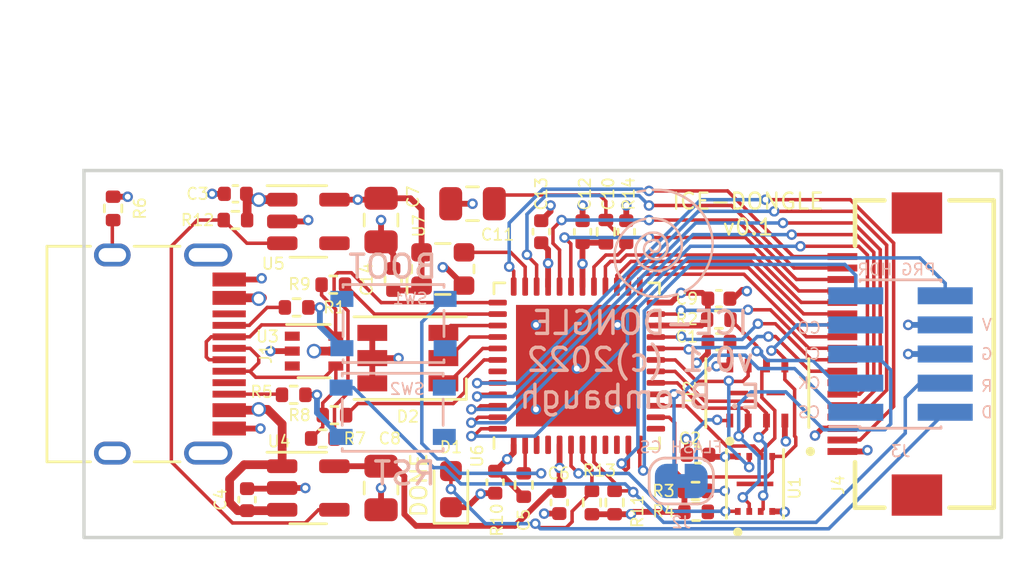
<source format=kicad_pcb>
(kicad_pcb (version 20211014) (generator pcbnew)
  (layers (0 "F.Cu" signal) (1 "In1.Cu" signal) (2 "In2.Cu" signal) (31 "B.Cu" signal) (34 "B.Paste" user) (35 "F.Paste" user) (36 "B.SilkS" user "B.Silkscreen") (37 "F.SilkS" user "F.Silkscreen") (38 "B.Mask" user) (39 "F.Mask" user) (44 "Edge.Cuts" user))
  (net 0 "")
  (net 1 "+3.3V")
  (net 2 "GND")
  (net 3 "/VUSB")
  (net 4 "+1V2")
  (net 5 "/VCCPLL")
  (net 6 "/CDONE")
  (net 7 "Net-(D2-Pad1)")
  (net 8 "Net-(D2-Pad2)")
  (net 9 "Net-(D2-Pad3)")
  (net 10 "Net-(J1-PadA5)")
  (net 11 "Net-(J1-PadA6)")
  (net 12 "Net-(J1-PadA7)")
  (net 14 "Net-(J1-PadB5)")
  (net 16 "Net-(J1-PadS1)")
  (net 17 "/~{MEM_SPI_CS}")
  (net 18 "/~{FLASH_CS}")
  (net 19 "/MEM_SPI_SCLK")
  (net 20 "/~{CRESET}")
  (net 21 "/MEM_SPI_POCI-IO1")
  (net 22 "/MEM_SPI_PICO-IO0")
  (net 23 "/SPARE9")
  (net 24 "/SPARE10")
  (net 25 "/ES_BKL")
  (net 26 "/ES_SCK")
  (net 27 "/ES_PICO")
  (net 28 "/ES_POCI")
  (net 29 "/ES_DC")
  (net 30 "/ES_RST")
  (net 31 "/ES_TFTCS")
  (net 32 "/ES_SDCS")
  (net 33 "/ES_P11")
  (net 34 "/ES_P12")
  (net 35 "/ES_P13")
  (net 36 "/ES_P14")
  (net 37 "/ES_P15")
  (net 38 "/ES_P16")
  (net 39 "/ES_P17")
  (net 40 "/ES_P18")
  (net 41 "/~{PSRAM_CS}")
  (net 42 "/USB_PU")
  (net 43 "/USB_DP")
  (net 44 "/USB_DM")
  (net 45 "/~{BTN}")
  (net 46 "/PGOOD_1.2")
  (net 47 "/MEM_SPI_~{WP}-IO2")
  (net 48 "/MEM_SPI_~{HLD}-IO3")
  (net 58 "/CLK")
  (footprint "Package_TO_SOT_SMD:SOT-23-5" (layer "F.Cu") (at 111.379 115.443)
    (fp_text reference "U4")
    (fp_text value "MCP1824x-OT")
  )
  (footprint "Capacitor_SMD:C_0402_1005Metric" (layer "F.Cu") (at 115.0874 106.3498 90)
    (fp_text reference "C14")
    (fp_text value "0.1uf")
  )
  (footprint "Capacitor_SMD:C_0402_1005Metric" (layer "F.Cu") (at 121.539 104.267 90)
    (fp_text reference "C13")
    (fp_text value "0.1uf")
  )
  (footprint "Package_TO_SOT_SMD:SOT-363_SC-70-6" (layer "F.Cu") (at 111.633 109.474)
    (fp_text reference "U3")
    (fp_text value "DRTR5V0U4S")
  )
  (footprint "Resistor_SMD:R_0402_1005Metric" (layer "F.Cu") (at 120.777 115.314 90)
    (fp_text reference "R10")
    (fp_text value "10k")
  )
  (footprint "Connector_USB:USB_C_Receptacle_HRO_TYPE-C-31-M-12" (layer "F.Cu") (at 103.886 109.601 -90)
    (fp_text reference "J1")
    (fp_text value "USB_C_Receptacle_USB2.0")
  )
  (footprint "Capacitor_SMD:C_0402_1005Metric" (layer "F.Cu") (at 122.3264 116.078 -90)
    (fp_text reference "C6")
    (fp_text value "0.1uf")
  )
  (footprint "Capacitor_SMD:C_0402_1005Metric" (layer "F.Cu") (at 129.286 107.188)
    (fp_text reference "C9")
    (fp_text value "0.1uf")
  )
  (footprint "Capacitor_SMD:C_0402_1005Metric" (layer "F.Cu") (at 128.3716 113.9952 180)
    (fp_text reference "C2")
    (fp_text value "0.1uf")
  )
  (footprint "Resistor_SMD:R_0402_1005Metric" (layer "F.Cu") (at 112.522 112.268 180)
    (fp_text reference "R8")
    (fp_text value "22")
  )
  (footprint "Resistor_SMD:R_0402_1005Metric" (layer "F.Cu") (at 108.204 103.759)
    (fp_text reference "R12")
    (fp_text value "100k")
  )
  (footprint "emeb_library:GCT_FFC2B35-18-G_REVA2" (layer "F.Cu") (at 137.922 109.601 90)
    (fp_text reference "J4")
    (fp_text value "FFC2B35-18-G_REVA2")
  )
  (footprint "Resistor_SMD:R_0402_1005Metric" (layer "F.Cu") (at 110.871 107.569 180)
    (fp_text reference "R1")
    (fp_text value "5k1")
  )
  (footprint "Resistor_SMD:R_0402_1005Metric" (layer "F.Cu") (at 123.7488 116.078 90)
    (fp_text reference "R13")
    (fp_text value "2.2k")
  )
  (footprint "Capacitor_SMD:C_0402_1005Metric" (layer "F.Cu") (at 129.2886 109.0676 180)
    (fp_text reference "C1")
    (fp_text value "0.1uf")
  )
  (footprint "Oscillator:Oscillator_SMD_ECS_2520MV-xxx-xx-4Pin_2.5x2.0mm" (layer "F.Cu") (at 117.2464 105.8926 90)
    (fp_text reference "U7")
    (fp_text value "12MHz")
  )
  (footprint "Capacitor_SMD:C_0805_2012Metric" (layer "F.Cu") (at 118.5418 103.0478 180)
    (fp_text reference "C11")
    (fp_text value "10uf")
  )
  (footprint "Capacitor_SMD:C_0805_2012Metric" (layer "F.Cu") (at 114.554 115.443 -90)
    (fp_text reference "C8")
    (fp_text value "10uf")
  )
  (footprint "LED_SMD:LED_RGB_PLCC-6" (layer "F.Cu") (at 115.7224 109.7788 180)
    (fp_text reference "D2")
    (fp_text value "CLX6F-FKC")
  )
  (footprint "Resistor_SMD:R_0402_1005Metric" (layer "F.Cu") (at 112.4712 106.5784 180)
    (fp_text reference "R9")
    (fp_text value "22")
  )
  (footprint "Capacitor_SMD:C_0402_1005Metric" (layer "F.Cu") (at 108.712 115.951 90)
    (fp_text reference "C4")
    (fp_text value "1uf")
  )
  (footprint "emeb_library:USON-8_2x3" (layer "F.Cu") (at 130.8608 115.2652 90)
    (fp_text reference "U1")
    (fp_text value "APS6404L-3SQR")
  )
  (footprint "emeb_library:USON-8_4x3" (layer "F.Cu") (at 130.9624 111.3018 90)
    (fp_text reference "U2")
    (fp_text value "W25Q64JWUUIQ")
  )
  (footprint "Package_DFN_QFN:QFN-48-1EP_7x7mm_P0.5mm_EP5.3x5.3mm" (layer "F.Cu") (at 123.0884 110.109 90)
    (fp_text reference "U6")
    (fp_text value "ice5lp4k_sg48")
  )
  (footprint "Resistor_SMD:R_0402_1005Metric" (layer "F.Cu") (at 128.2934 116.4844)
    (fp_text reference "R4")
    (fp_text value "10k")
  )
  (footprint "Capacitor_SMD:C_0402_1005Metric" (layer "F.Cu") (at 108.204 102.616 180)
    (fp_text reference "C3")
    (fp_text value "1uf")
  )
  (footprint "Resistor_SMD:R_0402_1005Metric" (layer "F.Cu") (at 110.744 111.379 180)
    (fp_text reference "R5")
    (fp_text value "5k1")
  )
  (footprint "Package_TO_SOT_SMD:SOT-23-5" (layer "F.Cu") (at 111.3845 103.82)
    (fp_text reference "U5")
    (fp_text value "XC6222B331MR-G")
  )
  (footprint "Capacitor_SMD:C_0402_1005Metric" (layer "F.Cu") (at 125.2474 104.267 90)
    (fp_text reference "C10")
    (fp_text value "0.1uf")
  )
  (footprint "Capacitor_SMD:C_0402_1005Metric" (layer "F.Cu") (at 123.3424 104.267 90)
    (fp_text reference "C12")
    (fp_text value "0.1uf")
  )
  (footprint "Resistor_SMD:R_0402_1005Metric" (layer "F.Cu") (at 124.7394 116.078 90)
    (fp_text reference "R11")
    (fp_text value "10k")
  )
  (footprint "Capacitor_SMD:C_0805_2012Metric" (layer "F.Cu") (at 114.554 103.759 -90)
    (fp_text reference "C7")
    (fp_text value "10uf")
  )
  (footprint "Resistor_SMD:R_0402_1005Metric" (layer "F.Cu") (at 124.3584 104.267 -90)
    (fp_text reference "R14")
    (fp_text value "100")
  )
  (footprint "Resistor_SMD:R_0402_1005Metric" (layer "F.Cu") (at 102.87 103.251 -90)
    (fp_text reference "R6")
    (fp_text value "1M")
  )
  (footprint "Resistor_SMD:R_0402_1005Metric" (layer "F.Cu") (at 112.014 113.284 180)
    (fp_text reference "R7")
    (fp_text value "1.5k")
  )
  (footprint "Resistor_SMD:R_0402_1005Metric" (layer "F.Cu") (at 129.284 108.1024)
    (fp_text reference "R2")
    (fp_text value "10k")
  )
  (footprint "LED_SMD:LED_0603_1608Metric" (layer "F.Cu") (at 117.602 115.4937 90)
    (fp_text reference "D1")
    (fp_text value "LED Blue")
  )
  (footprint "Resistor_SMD:R_0402_1005Metric" (layer "F.Cu") (at 128.268 115.57)
    (fp_text reference "R3")
    (fp_text value "10k")
  )
  (footprint "Capacitor_SMD:C_0402_1005Metric" (layer "F.Cu") (at 119.5324 115.189 -90)
    (fp_text reference "C5")
    (fp_text value "0.1uf")
  )
  (footprint "Jumper:SolderJumper-2_P1.3mm_Bridged_RoundedPad1.0x1.5mm" (layer "B.Cu") (at 127.6454 115.1382)
    (fp_text reference "J2")
    (fp_text value "NC Jumper")
  )
  (footprint "Connector_PinHeader_1.27mm:PinHeader_2x05_P1.27mm_Vertical_SMD" (layer "B.Cu") (at 137.205 109.601)
    (fp_text reference "J3")
    (fp_text value "PROG HEADER")
  )
  (footprint "emeb_library:avatar_small" (layer "B.Cu") (at 125.906829 105.726757 180)
    (fp_text reference "Ref**" hide)
    (fp_text value "Val**" hide)
  )
  (footprint "emeb_library:SW_SPST_PTS815" (layer "B.Cu") (at 115.098 108.272 180)
    (fp_text reference "SW1")
    (fp_text value "SW_Push")
  )
  (footprint "emeb_library:SW_SPST_PTS815" (layer "B.Cu") (at 115.062 112.141 180)
    (fp_text reference "SW2")
    (fp_text value "SW_Push")
  )
  (gr_rect (start 101.6 101.6) (end 141.605 117.602) (layer "Edge.Cuts") (width 0.15) (fill none))
  (gr_text "BOOT" (at 115.062 105.791) (layer "B.SilkS") (effects (font (size 1 1)) (justify mirror)))
  (gr_text "D\n" (at 140.97 112.141) (layer "B.SilkS") (effects (font (size 0.5 0.5) (thickness 0.07)) (justify mirror)))
  (gr_text "CI" (at 133.35 109.601) (layer "B.SilkS") (effects (font (size 0.5 0.5) (thickness 0.07)) (justify mirror)))
  (gr_text "R" (at 140.97 110.998) (layer "B.SilkS") (effects (font (size 0.5 0.5) (thickness 0.07)) (justify mirror)))
  (gr_text "CK" (at 133.223 110.871) (layer "B.SilkS") (effects (font (size 0.5 0.5) (thickness 0.07)) (justify mirror)))
  (gr_text "ICE-DONGLE\nv0.1 (c)2022\nE. Brombaugh" (at 125.857 109.855) (layer "B.SilkS") (effects (font (size 1 1)) (justify mirror)))
  (gr_text "G" (at 140.97 109.601) (layer "B.SilkS") (effects (font (size 0.5 0.5) (thickness 0.07)) (justify mirror)))
  (gr_text "FLASH CS" (at 127.635 113.665) (layer "B.SilkS") (effects (font (size 0.5 0.5) (thickness 0.07)) (justify mirror)))
  (gr_text "PRG HDR" (at 137.033 105.918) (layer "B.SilkS") (effects (font (size 0.5 0.5) (thickness 0.07)) (justify mirror)))
  (gr_text "CS" (at 133.223 112.141) (layer "B.SilkS") (effects (font (size 0.5 0.5) (thickness 0.07)) (justify mirror)))
  (gr_text "RST	" (at 115.062 114.808) (layer "B.SilkS") (effects (font (size 1 1)) (justify mirror)))
  (gr_text "CO\n" (at 133.223 108.458) (layer "B.SilkS") (effects (font (size 0.5 0.5) (thickness 0.07)) (justify mirror)))
  (gr_text "V" (at 140.97 108.331) (layer "B.SilkS") (effects (font (size 0.5 0.5) (thickness 0.07)) (justify mirror)))
  (gr_text "ICE-DONGLE\nv0.1" (at 130.556 103.505) (layer "F.SilkS") (effects (font (size 0.7 0.7) (thickness 0.1))))
  (gr_text "DONE" (at 116.205 115.316 90) (layer "F.SilkS") (effects (font (size 0.7 0.7) (thickness 0.1))))
  (segment (start 114.554 102.809) (end 115.8392 102.809) (width 0.254) (layer "F.Cu") (net 1))
  (segment (start 115.0874 106.8298) (end 116.1092 106.8298) (width 0.254) (layer "F.Cu") (net 1))
  (segment (start 114.1724 108.6788) (end 114.1724 109.7788) (width 0.254) (layer "F.Cu") (net 1))
  (segment (start 119.5324 114.709) (end 119.662 114.709) (width 0.254) (layer "F.Cu") (net 1))
  (segment (start 127.635 106.934) (end 128.552 106.934) (width 0.254) (layer "F.Cu") (net 1))
  (segment (start 121.8384 105.644) (end 121.8384 105.0464) (width 0.254) (layer "F.Cu") (net 1))
  (segment (start 123.7488 116.588) (end 124.7394 116.588) (width 0.254) (layer "F.Cu") (net 1))
  (segment (start 128.5174 108.359) (end 128.774 108.1024) (width 0.254) (layer "F.Cu") (net 1))
  (segment (start 129.7624 110.1018) (end 129.7624 109.0536) (width 0.254) (layer "F.Cu") (net 1))
  (segment (start 127.7834 116.4844) (end 125.5522 116.4844) (width 0.254) (layer "F.Cu") (net 1))
  (segment (start 127.635 106.934) (end 127.21 107.359) (width 0.254) (layer "F.Cu") (net 1))
  (segment (start 128.774 108.1024) (end 128.8034 108.1024) (width 0.254) (layer "F.Cu") (net 1))
  (segment (start 114.1724 110.8788) (end 114.1724 109.7788) (width 0.254) (layer "F.Cu") (net 1))
  (segment (start 129.552274 114.084026) (end 128.940426 114.084026) (width 0.254) (layer "F.Cu") (net 1))
  (segment (start 125.5522 116.4844) (end 125.4506 116.586) (width 0.254) (layer "F.Cu") (net 1))
  (segment (start 116.3214 106.6176) (end 116.3214 105.1676) (width 0.254) (layer "F.Cu") (net 1))
  (segment (start 114.493 102.87) (end 114.554 102.809) (width 0.254) (layer "F.Cu") (net 1))
  (segment (start 129.552274 114.084026) (end 129.5711 114.0652) (width 0.254) (layer "F.Cu") (net 1))
  (segment (start 121.8384 106.659) (end 121.8384 105.644) (width 0.254) (layer "F.Cu") (net 1))
  (segment (start 128.940426 114.084026) (end 128.8516 113.9952) (width 0.254) (layer "F.Cu") (net 1))
  (segment (start 125.4506 116.586) (end 124.7414 116.586) (width 0.254) (layer "F.Cu") (net 1))
  (segment (start 124.7414 116.586) (end 124.7394 116.588) (width 0.254) (layer "F.Cu") (net 1))
  (segment (start 112.522 102.87) (end 114.493 102.87) (width 0.254) (layer "F.Cu") (net 1))
  (segment (start 127.7834 116.4844) (end 127.7834 115.5954) (width 0.254) (layer "F.Cu") (net 1))
  (segment (start 134.672 113.851) (end 135.704 113.851) (width 0.254) (layer "F.Cu") (net 1))
  (segment (start 128.552 106.934) (end 128.806 107.188) (width 0.254) (layer "F.Cu") (net 1))
  (segment (start 127.21 107.359) (end 126.5384 107.359) (width 0.254) (layer "F.Cu") (net 1))
  (segment (start 115.8392 102.809) (end 116.3214 103.2912) (width 0.254) (layer "F.Cu") (net 1))
  (segment (start 135.704 113.851) (end 135.763 113.792) (width 0.254) (layer "F.Cu") (net 1))
  (segment (start 128.806 108.0704) (end 128.774 108.1024) (width 0.254) (layer "F.Cu") (net 1))
  (segment (start 126.5384 108.359) (end 128.5174 108.359) (width 0.254) (layer "F.Cu") (net 1))
  (segment (start 116.1092 106.8298) (end 116.3214 106.6176) (width 0.254) (layer "F.Cu") (net 1))
  (segment (start 127.7834 115.5954) (end 127.758 115.57) (width 0.254) (layer "F.Cu") (net 1))
  (segment (start 129.217 110.1018) (end 129.1844 110.1344) (width 0.254) (layer "F.Cu") (net 1))
  (segment (start 115.316 109.7788) (end 114.1724 109.7788) (width 0.254) (layer "F.Cu") (net 1))
  (segment (start 129.7624 110.1018) (end 129.217 110.1018) (width 0.254) (layer "F.Cu") (net 1))
  (segment (start 119.662 114.709) (end 120.777 115.824) (width 0.254) (layer "F.Cu") (net 1))
  (segment (start 116.3214 103.2912) (end 116.3214 105.1676) (width 0.254) (layer "F.Cu") (net 1))
  (segment (start 121.8384 105.0464) (end 121.539 104.747) (width 0.254) (layer "F.Cu") (net 1))
  (segment (start 128.806 107.188) (end 128.806 108.0704) (width 0.254) (layer "F.Cu") (net 1))
  (segment (start 129.5711 114.0652) (end 130.1108 114.0652) (width 0.254) (layer "F.Cu") (net 1))
  (segment (start 120.3384 113.559) (end 120.3384 113.903) (width 0.254) (layer "F.Cu") (net 1))
  (segment (start 120.3384 113.903) (end 119.5324 114.709) (width 0.254) (layer "F.Cu") (net 1))
  (via (at 129.1844 110.1344) (size 0.4572) (drill 0.254) (layers "F.Cu" "B.Cu") (net 1))
  (via (at 113.538 102.87) (size 0.4572) (drill 0.254) (layers "F.Cu" "B.Cu") (net 1))
  (via (at 129.552274 114.084026) (size 0.4572) (drill 0.254) (layers "F.Cu" "B.Cu") (net 1))
  (via (at 121.8384 105.644) (size 0.4572) (drill 0.254) (layers "F.Cu" "B.Cu") (net 1))
  (via (at 135.763 113.792) (size 0.4572) (drill 0.254) (layers "F.Cu" "B.Cu") (net 1))
  (via (at 120.0544 114.187) (size 0.4572) (drill 0.254) (layers "F.Cu" "B.Cu") (net 1))
  (via (at 137.541 108.331) (size 0.4572) (drill 0.254) (layers "F.Cu" "B.Cu") (net 1))
  (via (at 127.635 106.934) (size 0.4572) (drill 0.254) (layers "F.Cu" "B.Cu") (net 1))
  (via (at 115.316 109.7788) (size 0.4572) (drill 0.254) (layers "F.Cu" "B.Cu") (net 1))
  (via (at 125.4506 116.586) (size 0.4572) (drill 0.254) (layers "F.Cu" "B.Cu") (net 1))
  (segment (start 139.155 108.331) (end 137.541 108.331) (width 0.254) (layer "B.Cu") (net 1))
  (segment (start 118.8974 115.697) (end 118.9254 115.669) (width 0.254) (layer "F.Cu") (net 2))
  (segment (start 121.6686 116.558) (end 122.3264 116.558) (width 0.254) (layer "F.Cu") (net 2))
  (segment (start 117.2464 105.8164) (end 117.3702 105.8164) (width 0.254) (layer "F.Cu") (net 2))
  (segment (start 128.8086 109.0676) (end 128.8086 109.5704) (width 0.254) (layer "F.Cu") (net 2))
  (segment (start 118.5545 103.0478) (end 117.6655 103.0478) (width 0.254) (layer "F.Cu") (net 2))
  (segment (start 114.554 104.709) (end 114.554 103.759) (width 0.254) (layer "F.Cu") (net 2))
  (segment (start 111.381 107.569) (end 111.887 107.569) (width 0.254) (layer "F.Cu") (net 2))
  (segment (start 117.602 116.2812) (end 118.3132 116.2812) (width 0.254) (layer "F.Cu") (net 2))
  (segment (start 125.2474 103.787) (end 125.2474 103.124) (width 0.254) (layer "F.Cu") (net 2))
  (segment (start 121.9454 103.3806) (end 121.9454 103.124) (width 0.254) (layer "F.Cu") (net 2))
  (segment (start 111.318 103.82) (end 111.379 103.759) (width 0.254) (layer "F.Cu") (net 2))
  (segment (start 132.1624 113.365371) (end 132.1624 112.5018) (width 0.254) (layer "F.Cu") (net 2))
  (segment (start 111.254 111.379) (end 111.76 111.379) (width 0.254) (layer "F.Cu") (net 2))
  (segment (start 121.666 116.5606) (end 121.6686 116.558) (width 0.254) (layer "F.Cu") (net 2))
  (segment (start 133.783 112.851) (end 134.672 112.851) (width 0.254) (layer "F.Cu") (net 2))
  (segment (start 107.931 112.851) (end 109.295 112.851) (width 0.254) (layer "F.Cu") (net 2))
  (segment (start 130.302 106.807) (end 130.556 106.807) (width 0.254) (layer "F.Cu") (net 2))
  (segment (start 110.2415 115.443) (end 111.252 115.443) (width 0.254) (layer "F.Cu") (net 2))
  (segment (start 123.3424 103.787) (end 123.3424 103.124) (width 0.254) (layer "F.Cu") (net 2))
  (segment (start 110.2135 115.471) (end 110.2415 115.443) (width 0.254) (layer "F.Cu") (net 2))
  (segment (start 129.766 107.188) (end 129.921 107.188) (width 0.254) (layer "F.Cu") (net 2))
  (segment (start 131.6108 116.4652) (end 132.137 116.4652) (width 0.254) (layer "F.Cu") (net 2))
  (segment (start 118.9254 115.669) (end 119.5324 115.669) (width 0.254) (layer "F.Cu") (net 2))
  (segment (start 118.3132 116.2812) (end 118.8974 115.697) (width 0.254) (layer "F.Cu") (net 2))
  (segment (start 108.712 115.471) (end 110.2135 115.471) (width 0.254) (layer "F.Cu") (net 2))
  (segment (start 107.724 102.616) (end 107.188 102.616) (width 0.254) (layer "F.Cu") (net 2))
  (segment (start 133.477 113.157) (end 133.783 112.851) (width 0.254) (layer "F.Cu") (net 2))
  (segment (start 114.554 116.393) (end 114.554 115.443) (width 0.254) (layer "F.Cu") (net 2))
  (segment (start 110.683 109.474) (end 109.728 109.474) (width 0.254) (layer "F.Cu") (net 2))
  (segment (start 107.931 106.351) (end 109.295 106.351) (width 0.254) (layer "F.Cu") (net 2))
  (segment (start 132.137 116.4652) (end 132.1562 116.4844) (width 0.254) (layer "F.Cu") (net 2))
  (segment (start 127.8916 113.312) (end 127.889 113.3094) (width 0.254) (layer "F.Cu") (net 2))
  (segment (start 128.391456 109.987544) (end 128.3213 109.987544) (width 0.254) (layer "F.Cu") (net 2))
  (segment (start 103.503 102.741) (end 103.505 102.743) (width 0.254) (layer "F.Cu") (net 2))
  (segment (start 127.8916 113.9952) (end 127.8916 113.312) (width 0.254) (layer "F.Cu") (net 2))
  (segment (start 115.0874 105.2424) (end 114.554 104.709) (width 0.254) (layer "F.Cu") (net 2))
  (segment (start 117.3702 105.8164) (end 118.1714 106.6176) (width 0.254) (layer "F.Cu") (net 2))
  (segment (start 129.921 107.188) (end 130.302 106.807) (width 0.254) (layer "F.Cu") (net 2))
  (segment (start 130.556 106.807) (end 130.505024 106.857976) (width 0.254) (layer "F.Cu") (net 2))
  (segment (start 115.0874 105.8698) (end 115.0874 105.2424) (width 0.254) (layer "F.Cu") (net 2))
  (segment (start 121.539 103.787) (end 121.9454 103.3806) (width 0.254) (layer "F.Cu") (net 2))
  (segment (start 109.295 106.351) (end 109.347 106.299) (width 0.254) (layer "F.Cu") (net 2))
  (segment (start 132.207 113.409971) (end 132.1624 113.365371) (width 0.254) (layer "F.Cu") (net 2))
  (segment (start 110.247 103.82) (end 111.318 103.82) (width 0.254) (layer "F.Cu") (net 2))
  (segment (start 128.8086 109.5704) (end 128.391456 109.987544) (width 0.254) (layer "F.Cu") (net 2))
  (segment (start 102.87 102.741) (end 103.503 102.741) (width 0.254) (layer "F.Cu") (net 2))
  (segment (start 127.889 113.3094) (end 127.8641 113.3094) (width 0.254) (layer "F.Cu") (net 2))
  (via (at 132.1562 116.4844) (size 0.4572) (drill 0.254) (layers "F.Cu" "B.Cu") (net 2))
  (via (at 132.207 113.409971) (size 0.4572) (drill 0.254) (layers "F.Cu" "B.Cu") (net 2))
  (via (at 103.505 102.743) (size 0.4572) (drill 0.254) (layers "F.Cu" "B.Cu") (net 2))
  (via (at 123.3424 103.124) (size 0.4572) (drill 0.254) (layers "F.Cu" "B.Cu") (net 2))
  (via (at 111.887 107.569) (size 0.4572) (drill 0.254) (layers "F.Cu" "B.Cu") (net 2))
  (via (at 118.8974 115.697) (size 0.4572) (drill 0.254) (layers "F.Cu" "B.Cu") (net 2))
  (via (at 114.554 115.443) (size 0.4572) (drill 0.254) (layers "F.Cu" "B.Cu") (net 2))
  (via (at 124.8664 108.331) (size 0.4572) (drill 0.254) (layers "F.Cu" "B.Cu") (net 2))
  (via (at 130.505024 106.857976) (size 0.4572) (drill 0.254) (layers "F.Cu" "B.Cu") (net 2))
  (via (at 111.252 115.443) (size 0.4572) (drill 0.254) (layers "F.Cu" "B.Cu") (net 2))
  (via (at 128.3213 109.987544) (size 0.4572) (drill 0.254) (layers "F.Cu" "B.Cu") (net 2))
  (via (at 127.8641 113.3094) (size 0.4572) (drill 0.254) (layers "F.Cu" "B.Cu") (net 2))
  (via (at 121.666 116.5606) (size 0.4572) (drill 0.254) (layers "F.Cu" "B.Cu") (net 2))
  (via (at 111.379 103.759) (size 0.4572) (drill 0.254) (layers "F.Cu" "B.Cu") (net 2))
  (via (at 117.2464 105.8164) (size 0.4572) (drill 0.254) (layers "F.Cu" "B.Cu") (net 2))
  (via (at 107.188 102.616) (size 0.4572) (drill 0.254) (layers "F.Cu" "B.Cu") (net 2))
  (via (at 111.76 111.379) (size 0.4572) (drill 0.254) (layers "F.Cu" "B.Cu") (net 2))
  (via (at 118.5418 103.0478) (size 0.4572) (drill 0.254) (layers "F.Cu" "B.Cu") (net 2))
  (via (at 123.0884 110.236) (size 0.4572) (drill 0.254) (layers "F.Cu" "B.Cu") (net 2))
  (via (at 109.347 106.299) (size 0.4572) (drill 0.254) (layers "F.Cu" "B.Cu") (net 2))
  (via (at 109.728 109.474) (size 0.4572) (drill 0.254) (layers "F.Cu" "B.Cu") (net 2))
  (via (at 125.2474 103.124) (size 0.4572) (drill 0.254) (layers "F.Cu" "B.Cu") (net 2))
  (via (at 114.554 103.759) (size 0.4572) (drill 0.254) (layers "F.Cu" "B.Cu") (net 2))
  (via (at 137.541 109.601) (size 0.4572) (drill 0.254) (layers "F.Cu" "B.Cu") (net 2))
  (via (at 124.8664 112.014) (size 0.4572) (drill 0.254) (layers "F.Cu" "B.Cu") (net 2))
  (via (at 121.3104 108.331) (size 0.4572) (drill 0.254) (layers "F.Cu" "B.Cu") (net 2))
  (via (at 121.3104 112.014) (size 0.4572) (drill 0.254) (layers "F.Cu" "B.Cu") (net 2))
  (via (at 133.477 113.157) (size 0.4572) (drill 0.254) (layers "F.Cu" "B.Cu") (net 2))
  (via (at 109.295 112.851) (size 0.4572) (drill 0.254) (layers "F.Cu" "B.Cu") (net 2))
  (via (at 121.9454 103.124) (size 0.4572) (drill 0.254) (layers "F.Cu" "B.Cu") (net 2))
  (segment (start 111.887 107.569) (end 111.887 108.386) (width 0.254) (layer "B.Cu") (net 2))
  (segment (start 111.887 108.386) (end 112.848 109.347) (width 0.254) (layer "B.Cu") (net 2))
  (segment (start 139.155 109.601) (end 137.541 109.601) (width 0.254) (layer "B.Cu") (net 2))
  (segment (start 111.76 112.164) (end 112.812 113.216) (width 0.254) (layer "B.Cu") (net 2))
  (segment (start 111.76 111.379) (end 111.76 112.164) (width 0.254) (layer "B.Cu") (net 2))
  (segment (start 107.95 115.062) (end 108.585 114.427) (width 0.381) (layer "F.Cu") (net 3))
  (segment (start 108.714 103.759) (end 108.714 102.646) (width 0.381) (layer "F.Cu") (net 3))
  (segment (start 110.247 102.87) (end 108.938 102.87) (width 0.381) (layer "F.Cu") (net 3))
  (segment (start 111.633 109.474) (end 112.583 109.474) (width 0.381) (layer "F.Cu") (net 3))
  (segment (start 109.22 112.014) (end 109.601 112.014) (width 0.381) (layer "F.Cu") (net 3))
  (segment (start 108.585 114.427) (end 110.1755 114.427) (width 0.381) (layer "F.Cu") (net 3))
  (segment (start 108.712 116.431) (end 108.303 116.431) (width 0.381) (layer "F.Cu") (net 3))
  (segment (start 108.712 116.431) (end 110.2035 116.431) (width 0.381) (layer "F.Cu") (net 3))
  (segment (start 110.2035 116.431) (end 110.2415 116.393) (width 0.381) (layer "F.Cu") (net 3))
  (segment (start 108.714 102.646) (end 108.684 102.616) (width 0.381) (layer "F.Cu") (net 3))
  (segment (start 109.183 112.051) (end 109.22 112.014) (width 0.381) (layer "F.Cu") (net 3))
  (segment (start 107.931 112.051) (end 109.183 112.051) (width 0.381) (layer "F.Cu") (net 3))
  (segment (start 107.931 107.151) (end 109.384 107.151) (width 0.381) (layer "F.Cu") (net 3))
  (segment (start 110.1755 114.427) (end 110.2415 114.493) (width 0.381) (layer "F.Cu") (net 3))
  (segment (start 107.95 116.078) (end 107.95 115.062) (width 0.381) (layer "F.Cu") (net 3))
  (segment (start 108.938 102.87) (end 108.684 102.616) (width 0.381) (layer "F.Cu") (net 3))
  (segment (start 110.2415 112.6545) (end 110.2415 114.493) (width 0.381) (layer "F.Cu") (net 3))
  (segment (start 109.601 112.014) (end 110.2415 112.6545) (width 0.381) (layer "F.Cu") (net 3))
  (segment (start 108.303 116.431) (end 107.95 116.078) (width 0.381) (layer "F.Cu") (net 3))
  (via (at 111.633 109.474) (size 0.635) (drill 0.4318) (layers "F.Cu" "B.Cu") (net 3))
  (via (at 109.22 102.87) (size 0.635) (drill 0.4318) (layers "F.Cu" "B.Cu") (net 3))
  (via (at 109.22 112.014) (size 0.635) (drill 0.4318) (layers "F.Cu" "B.Cu") (net 3))
  (via (at 109.22 107.188) (size 0.635) (drill 0.4318) (layers "F.Cu" "B.Cu") (net 3))
  (segment (start 115.128 114.493) (end 115.57 114.935) (width 0.254) (layer "F.Cu") (net 4))
  (segment (start 122.3384 115.586) (end 122.3264 115.598) (width 0.254) (layer "F.Cu") (net 4))
  (segment (start 115.57 116.586) (end 116.078 117.094) (width 0.254) (layer "F.Cu") (net 4))
  (segment (start 122.3384 113.559) (end 122.3384 115.586) (width 0.254) (layer "F.Cu") (net 4))
  (segment (start 120.396 117.094) (end 121.892 115.598) (width 0.254) (layer "F.Cu") (net 4))
  (segment (start 123.3424 104.747) (end 124.3284 104.747) (width 0.254) (layer "F.Cu") (net 4))
  (segment (start 116.078 117.094) (end 120.396 117.094) (width 0.254) (layer "F.Cu") (net 4))
  (segment (start 123.3384 104.751) (end 123.3424 104.747) (width 0.254) (layer "F.Cu") (net 4))
  (segment (start 124.3284 104.747) (end 124.3584 104.777) (width 0.254) (layer "F.Cu") (net 4))
  (segment (start 112.5165 114.493) (end 114.554 114.493) (width 0.254) (layer "F.Cu") (net 4))
  (segment (start 123.3384 105.668) (end 123.3384 104.751) (width 0.254) (layer "F.Cu") (net 4))
  (segment (start 123.3384 106.659) (end 123.3384 105.668) (width 0.254) (layer "F.Cu") (net 4))
  (segment (start 115.57 114.935) (end 115.57 116.586) (width 0.254) (layer "F.Cu") (net 4))
  (segment (start 114.554 114.493) (end 115.128 114.493) (width 0.254) (layer "F.Cu") (net 4))
  (segment (start 121.892 115.598) (end 122.3264 115.598) (width 0.254) (layer "F.Cu") (net 4))
  (via (at 122.3384 114.566) (size 0.4572) (drill 0.254) (layers "F.Cu" "B.Cu") (net 4))
  (via (at 123.3384 105.668) (size 0.4572) (drill 0.254) (layers "F.Cu" "B.Cu") (net 4))
  (segment (start 124.079 102.6668) (end 124.3584 102.9462) (width 0.1524) (layer "F.Cu") (net 5))
  (segment (start 124.3584 105.283) (end 124.8664 105.283) (width 0.1524) (layer "F.Cu") (net 5))
  (segment (start 124.3584 103.757) (end 124.3584 103.858) (width 0.1524) (layer "F.Cu") (net 5))
  (segment (start 123.8384 106.659) (end 123.8384 105.803) (width 0.1524) (layer "F.Cu") (net 5))
  (segment (start 124.8664 105.283) (end 125.2474 104.902) (width 0.1524) (layer "F.Cu") (net 5))
  (segment (start 119.8728 102.6668) (end 124.079 102.6668) (width 0.1524) (layer "F.Cu") (net 5))
  (segment (start 125.2474 104.902) (end 125.2474 104.747) (width 0.1524) (layer "F.Cu") (net 5))
  (segment (start 124.3584 103.858) (end 125.2474 104.747) (width 0.1524) (layer "F.Cu") (net 5))
  (segment (start 124.3584 102.9462) (end 124.3584 103.757) (width 0.1524) (layer "F.Cu") (net 5))
  (segment (start 123.8384 105.803) (end 124.3584 105.283) (width 0.1524) (layer "F.Cu") (net 5))
  (segment (start 119.4918 103.0478) (end 119.8728 102.6668) (width 0.1524) (layer "F.Cu") (net 5))
  (segment (start 121.27981 116.998282) (end 121.451728 117.1702) (width 0.1524) (layer "F.Cu") (net 6))
  (segment (start 122.6312 117.1702) (end 122.8852 116.9162) (width 0.1524) (layer "F.Cu") (net 6))
  (segment (start 122.8852 116.459) (end 123.7488 115.5954) (width 0.1524) (layer "F.Cu") (net 6))
  (segment (start 123.7488 114.6556) (end 123.3384 114.2452) (width 0.1524) (layer "F.Cu") (net 6))
  (segment (start 122.8852 116.9162) (end 122.8852 116.459) (width 0.1524) (layer "F.Cu") (net 6))
  (segment (start 123.3384 114.2452) (end 123.3384 113.559) (width 0.1524) (layer "F.Cu") (net 6))
  (segment (start 123.7488 115.568) (end 123.7488 114.6556) (width 0.1524) (layer "F.Cu") (net 6))
  (segment (start 117.602 115.4886) (end 117.602 114.7062) (width 0.1524) (layer "F.Cu") (net 6))
  (segment (start 121.451728 117.1702) (end 122.6312 117.1702) (width 0.1524) (layer "F.Cu") (net 6))
  (via (at 117.602 115.4886) (size 0.4572) (drill 0.254) (layers "F.Cu" "B.Cu") (net 6))
  (via (at 121.27981 116.998282) (size 0.4572) (drill 0.254) (layers "F.Cu" "B.Cu") (net 6))
  (segment (start 134.075 117.221) (end 139.155 112.141) (width 0.1524) (layer "B.Cu") (net 6))
  (segment (start 121.27981 116.998282) (end 121.502528 117.221) (width 0.1524) (layer "B.Cu") (net 6))
  (segment (start 119.111682 116.998282) (end 117.602 115.4886) (width 0.1524) (layer "B.Cu") (net 6))
  (segment (start 121.27981 116.998282) (end 119.111682 116.998282) (width 0.1524) (layer "B.Cu") (net 6))
  (segment (start 121.502528 117.221) (end 134.075 117.221) (width 0.1524) (layer "B.Cu") (net 6))
  (segment (start 118.987 109.359) (end 117.4672 110.8788) (width 0.1524) (layer "F.Cu") (net 7))
  (segment (start 117.4672 110.8788) (end 117.2724 110.8788) (width 0.1524) (layer "F.Cu") (net 7))
  (segment (start 119.6384 109.359) (end 118.987 109.359) (width 0.1524) (layer "F.Cu") (net 7))
  (segment (start 117.4877 109.7788) (end 117.2724 109.7788) (width 0.1524) (layer "F.Cu") (net 8))
  (segment (start 118.4075 108.859) (end 117.4877 109.7788) (width 0.1524) (layer "F.Cu") (net 8))
  (segment (start 119.6384 108.859) (end 118.4075 108.859) (width 0.1524) (layer "F.Cu") (net 8))
  (segment (start 119.6384 108.359) (end 117.5922 108.359) (width 0.1524) (layer "F.Cu") (net 9))
  (segment (start 117.5922 108.359) (end 117.2724 108.6788) (width 0.1524) (layer "F.Cu") (net 9))
  (segment (start 109.5904 107.569) (end 110.361 107.569) (width 0.1524) (layer "F.Cu") (net 10))
  (segment (start 107.931 108.351) (end 108.8084 108.351) (width 0.1524) (layer "F.Cu") (net 10))
  (segment (start 108.8084 108.351) (end 109.5904 107.569) (width 0.1524) (layer "F.Cu") (net 10))
  (segment (start 112.583 111.166658) (end 112.583 110.124) (width 0.1524) (layer "F.Cu") (net 11))
  (segment (start 111.504 113.284) (end 112.012 112.776) (width 0.1524) (layer "F.Cu") (net 11))
  (segment (start 108.851 110.351) (end 109.22 109.982) (width 0.1524) (layer "F.Cu") (net 11))
  (segment (start 109.22 109.728) (end 108.843 109.351) (width 0.1524) (layer "F.Cu") (net 11))
  (segment (start 109.093 110.617) (end 112.09 110.617) (width 0.1524) (layer "F.Cu") (net 11))
  (segment (start 112.09 110.617) (end 112.583 110.124) (width 0.1524) (layer "F.Cu") (net 11))
  (segment (start 112.012 111.737658) (end 112.583 111.166658) (width 0.1524) (layer "F.Cu") (net 11))
  (segment (start 108.843 109.351) (end 107.931 109.351) (width 0.1524) (layer "F.Cu") (net 11))
  (segment (start 107.931 110.351) (end 108.851 110.351) (width 0.1524) (layer "F.Cu") (net 11))
  (segment (start 107.931 110.351) (end 108.827 110.351) (width 0.1524) (layer "F.Cu") (net 11))
  (segment (start 109.22 109.982) (end 109.22 109.728) (width 0.1524) (layer "F.Cu") (net 11))
  (segment (start 112.012 112.776) (end 112.012 111.737658) (width 0.1524) (layer "F.Cu") (net 11))
  (segment (start 108.827 110.351) (end 109.093 110.617) (width 0.1524) (layer "F.Cu") (net 11))
  (segment (start 112.0638 107.1372) (end 112.065858 107.1372) (width 0.1524) (layer "F.Cu") (net 12))
  (segment (start 112.065858 107.1372) (end 112.3188 107.390142) (width 0.1524) (layer "F.Cu") (net 12))
  (segment (start 111.9612 106.5784) (end 111.9612 107.0346) (width 0.1524) (layer "F.Cu") (net 12))
  (segment (start 112.09 108.331) (end 112.583 108.824) (width 0.1524) (layer "F.Cu") (net 12))
  (segment (start 112.5728 107.6462) (end 112.5728 108.8138) (width 0.1524) (layer "F.Cu") (net 12))
  (segment (start 107.057 109.851) (end 107.931 109.851) (width 0.1524) (layer "F.Cu") (net 12))
  (segment (start 112.3188 107.3922) (end 112.5728 107.6462) (width 0.1524) (layer "F.Cu") (net 12))
  (segment (start 107.1496 108.851) (end 106.934 109.0666) (width 0.1524) (layer "F.Cu") (net 12))
  (segment (start 106.934 109.0666) (end 106.934 109.728) (width 0.1524) (layer "F.Cu") (net 12))
  (segment (start 107.931 108.851) (end 107.1496 108.851) (width 0.1524) (layer "F.Cu") (net 12))
  (segment (start 106.934 109.728) (end 107.057 109.851) (width 0.1524) (layer "F.Cu") (net 12))
  (segment (start 112.5728 108.8138) (end 112.583 108.824) (width 0.1524) (layer "F.Cu") (net 12))
  (segment (start 108.827 108.851) (end 109.347 108.331) (width 0.1524) (layer "F.Cu") (net 12))
  (segment (start 111.9612 107.0346) (end 112.0638 107.1372) (width 0.1524) (layer "F.Cu") (net 12))
  (segment (start 109.347 108.331) (end 112.09 108.331) (width 0.1524) (layer "F.Cu") (net 12))
  (segment (start 107.931 108.851) (end 108.827 108.851) (width 0.1524) (layer "F.Cu") (net 12))
  (segment (start 112.3188 107.390142) (end 112.3188 107.3922) (width 0.1524) (layer "F.Cu") (net 12))
  (segment (start 107.931 111.351) (end 110.206 111.351) (width 0.1524) (layer "F.Cu") (net 14))
  (segment (start 110.206 111.351) (end 110.234 111.379) (width 0.1524) (layer "F.Cu") (net 14))
  (segment (start 102.836 103.795) (end 102.87 103.761) (width 0.1524) (layer "F.Cu") (net 16))
  (segment (start 102.836 105.281) (end 102.836 103.795) (width 0.1524) (layer "F.Cu") (net 16))
  (segment (start 126.5384 111.359) (end 127.3248 111.359) (width 0.1524) (layer "F.Cu") (net 17))
  (segment (start 127.3248 111.359) (end 127.3302 111.3536) (width 0.1524) (layer "F.Cu") (net 17))
  (via (at 127.3302 111.3536) (size 0.4572) (drill 0.254) (layers "F.Cu" "B.Cu") (net 17))
  (segment (start 127.6604 111.3536) (end 127.3302 111.3536) (width 0.1524) (layer "B.Cu") (net 17))
  (segment (start 131.012671 110.236) (end 130.429529 109.652858) (width 0.1524) (layer "B.Cu") (net 17))
  (segment (start 130.429529 109.652858) (end 129.055284 109.652858) (width 0.1524) (layer "B.Cu") (net 17))
  (segment (start 135.255 112.141) (end 134.493 112.141) (width 0.1524) (layer "B.Cu") (net 17))
  (segment (start 127.3302 114.8034) (end 126.9954 115.1382) (width 0.1524) (layer "B.Cu") (net 17))
  (segment (start 132.588 110.236) (end 131.012671 110.236) (width 0.1524) (layer "B.Cu") (net 17))
  (segment (start 127.3302 111.3536) (end 127.3302 114.8034) (width 0.1524) (layer "B.Cu") (net 17))
  (segment (start 128.7526 109.955542) (end 128.7526 110.2614) (width 0.1524) (layer "B.Cu") (net 17))
  (segment (start 129.055284 109.652858) (end 128.7526 109.955542) (width 0.1524) (layer "B.Cu") (net 17))
  (segment (start 128.7526 110.2614) (end 127.6604 111.3536) (width 0.1524) (layer "B.Cu") (net 17))
  (segment (start 134.493 112.141) (end 132.588 110.236) (width 0.1524) (layer "B.Cu") (net 17))
  (segment (start 129.2098 112.4712) (end 129.2404 112.5018) (width 0.1524) (layer "F.Cu") (net 18))
  (segment (start 128.778 115.57) (end 129.54 115.57) (width 0.1524) (layer "F.Cu") (net 18))
  (segment (start 129.2404 112.5018) (end 129.7624 112.5018) (width 0.1524) (layer "F.Cu") (net 18))
  (via (at 129.54 115.57) (size 0.4572) (drill 0.254) (layers "F.Cu" "B.Cu") (net 18))
  (via (at 129.2098 112.4712) (size 0.4572) (drill 0.254) (layers "F.Cu" "B.Cu") (net 18))
  (segment (start 128.7272 115.57) (end 128.2954 115.1382) (width 0.1524) (layer "B.Cu") (net 18))
  (segment (start 128.7526 112.4712) (end 128.2954 112.9284) (width 0.1524) (layer "B.Cu") (net 18))
  (segment (start 129.2098 112.4712) (end 128.7526 112.4712) (width 0.1524) (layer "B.Cu") (net 18))
  (segment (start 129.54 115.57) (end 128.7272 115.57) (width 0.1524) (layer "B.Cu") (net 18))
  (segment (start 128.2954 112.9284) (end 128.2954 115.1382) (width 0.1524) (layer "B.Cu") (net 18))
  (segment (start 130.937 109.474) (end 130.937 109.2454) (width 0.1524) (layer "F.Cu") (net 19))
  (segment (start 131.1108 113.915) (end 131.1108 114.0652) (width 0.1524) (layer "F.Cu") (net 19))
  (segment (start 130.937 109.474) (end 130.986837 109.474) (width 0.1524) (layer "F.Cu") (net 19))
  (segment (start 130.986837 109.474) (end 131.3624 109.849563) (width 0.1524) (layer "F.Cu") (net 19))
  (segment (start 126.5384 111.859) (end 127.861 111.859) (width 0.1524) (layer "F.Cu") (net 19))
  (segment (start 131.3624 110.1018) (end 131.1592 110.305) (width 0.1524) (layer "F.Cu") (net 19))
  (segment (start 131.1108 113.8838) (end 131.1108 114.0652) (width 0.1524) (layer "F.Cu") (net 19))
  (segment (start 131.1592 111.4996) (end 131.7244 112.0648) (width 0.1524) (layer "F.Cu") (net 19))
  (segment (start 129.6162 113.6142) (end 130.81 113.6142) (width 0.1524) (layer "F.Cu") (net 19))
  (segment (start 131.7244 112.0648) (end 131.7244 113.2702) (width 0.1524) (layer "F.Cu") (net 19))
  (segment (start 131.1592 110.305) (end 131.1592 111.4996) (width 0.1524) (layer "F.Cu") (net 19))
  (segment (start 130.81 113.6142) (end 131.1108 113.915) (width 0.1524) (layer "F.Cu") (net 19))
  (segment (start 130.937 109.2454) (end 129.794 108.1024) (width 0.1524) (layer "F.Cu") (net 19))
  (segment (start 131.7244 113.2702) (end 131.1108 113.8838) (width 0.1524) (layer "F.Cu") (net 19))
  (segment (start 127.861 111.859) (end 129.6162 113.6142) (width 0.1524) (layer "F.Cu") (net 19))
  (segment (start 131.3624 109.849563) (end 131.3624 110.1018) (width 0.1524) (layer "F.Cu") (net 19))
  (via (at 130.937 109.474) (size 0.4572) (drill 0.254) (layers "F.Cu" "B.Cu") (net 19))
  (segment (start 134.366 110.871) (end 135.255 110.871) (width 0.1524) (layer "B.Cu") (net 19))
  (segment (start 130.937 109.474) (end 131.144122 109.474) (width 0.1524) (layer "B.Cu") (net 19))
  (segment (start 131.397064 109.884227) (end 133.379227 109.884227) (width 0.1524) (layer "B.Cu") (net 19))
  (segment (start 133.379227 109.884227) (end 134.366 110.871) (width 0.1524) (layer "B.Cu") (net 19))
  (segment (start 131.144122 109.631285) (end 131.397064 109.884227) (width 0.1524) (layer "B.Cu") (net 19))
  (segment (start 131.144122 109.474) (end 131.144122 109.631285) (width 0.1524) (layer "B.Cu") (net 19))
  (segment (start 124.7394 115.568) (end 124.7394 115.2144) (width 0.1524) (layer "F.Cu") (net 20))
  (segment (start 124.7394 115.568) (end 125.601 115.568) (width 0.1524) (layer "F.Cu") (net 20))
  (segment (start 123.8384 114.3134) (end 123.8384 113.559) (width 0.1524) (layer "F.Cu") (net 20))
  (segment (start 124.7394 115.2144) (end 123.8384 114.3134) (width 0.1524) (layer "F.Cu") (net 20))
  (segment (start 125.601 115.568) (end 125.603 115.57) (width 0.1524) (layer "F.Cu") (net 20))
  (segment (start 125.554024 115.618976) (end 125.550024 115.618976) (width 0.1524) (layer "F.Cu") (net 20))
  (segment (start 125.603 115.57) (end 125.554024 115.618976) (width 0.1524) (layer "F.Cu") (net 20))
  (via (at 125.550024 115.618976) (size 0.4572) (drill 0.254) (layers "F.Cu" "B.Cu") (net 20))
  (segment (start 118.0338 115.2652) (end 117.3226 114.554) (width 0.1524) (layer "B.Cu") (net 20))
  (segment (start 116.84 114.554) (end 113.352 111.066) (width 0.1524) (layer "B.Cu") (net 20))
  (segment (start 125.550024 115.618976) (end 126.872648 116.9416) (width 0.1524) (layer "B.Cu") (net 20))
  (segment (start 125.550024 115.618976) (end 125.196248 115.2652) (width 0.1524) (layer "B.Cu") (net 20))
  (segment (start 126.872648 116.9416) (end 133.5244 116.9416) (width 0.1524) (layer "B.Cu") (net 20))
  (segment (start 137.414 113.052) (end 137.414 111.506) (width 0.1524) (layer "B.Cu") (net 20))
  (segment (start 117.3226 114.554) (end 116.84 114.554) (width 0.1524) (layer "B.Cu") (net 20))
  (segment (start 137.414 111.506) (end 138.049 110.871) (width 0.1524) (layer "B.Cu") (net 20))
  (segment (start 138.049 110.871) (end 139.155 110.871) (width 0.1524) (layer "B.Cu") (net 20))
  (segment (start 125.196248 115.2652) (end 118.0338 115.2652) (width 0.1524) (layer "B.Cu") (net 20))
  (segment (start 133.5244 116.9416) (end 137.414 113.052) (width 0.1524) (layer "B.Cu") (net 20))
  (segment (start 113.352 111.066) (end 112.812 111.066) (width 0.1524) (layer "B.Cu") (net 20))
  (segment (start 130.5624 112.7442) (end 130.1237 113.1829) (width 0.1524) (layer "F.Cu") (net 21))
  (segment (start 130.5624 112.1474) (end 130.5624 112.5018) (width 0.1524) (layer "F.Cu") (net 21))
  (segment (start 130.3274 115.8494) (end 130.6108 116.1328) (width 0.1524) (layer "F.Cu") (net 21))
  (segment (start 130.5624 112.5018) (end 130.5624 112.7442) (width 0.1524) (layer "F.Cu") (net 21))
  (segment (start 130.3782 111.9632) (end 130.5624 112.1474) (width 0.1524) (layer "F.Cu") (net 21))
  (segment (start 128.5748 111.9632) (end 130.3782 111.9632) (width 0.1524) (layer "F.Cu") (net 21))
  (segment (start 127.4706 110.859) (end 128.5748 111.9632) (width 0.1524) (layer "F.Cu") (net 21))
  (segment (start 126.5384 110.859) (end 127.4706 110.859) (width 0.1524) (layer "F.Cu") (net 21))
  (segment (start 130.6108 116.1328) (end 130.6108 116.4652) (width 0.1524) (layer "F.Cu") (net 21))
  (segment (start 130.1237 113.1829) (end 130.1491 113.1829) (width 0.1524) (layer "F.Cu") (net 21))
  (via (at 130.1491 113.1829) (size 0.4572) (drill 0.254) (layers "F.Cu" "B.Cu") (net 21))
  (via (at 130.3274 115.8494) (size 0.4572) (drill 0.254) (layers "F.Cu" "B.Cu") (net 21))
  (segment (start 135.255 109.601) (end 136.085 109.601) (width 0.1524) (layer "B.Cu") (net 21))
  (segment (start 131.0386 115.1382) (end 130.3274 115.8494) (width 0.1524) (layer "B.Cu") (net 21))
  (segment (start 136.779 110.295) (end 136.779 112.649) (width 0.1524) (layer "B.Cu") (net 21))
  (segment (start 132.207 111.252) (end 130.683 111.252) (width 0.1524) (layer "B.Cu") (net 21))
  (segment (start 133.858 112.903) (end 132.207 111.252) (width 0.1524) (layer "B.Cu") (net 21))
  (segment (start 136.085 109.601) (end 136.779 110.295) (width 0.1524) (layer "B.Cu") (net 21))
  (segment (start 136.779 112.649) (end 136.525 112.903) (width 0.1524) (layer "B.Cu") (net 21))
  (segment (start 131.0386 114.3762) (end 131.0386 115.1382) (width 0.1524) (layer "B.Cu") (net 21))
  (segment (start 131.0386 114.0724) (end 131.0386 114.3762) (width 0.1524) (layer "B.Cu") (net 21))
  (segment (start 130.683 111.252) (end 130.1491 111.7859) (width 0.1524) (layer "B.Cu") (net 21))
  (segment (start 130.1491 111.7859) (end 130.1491 113.1829) (width 0.1524) (layer "B.Cu") (net 21))
  (segment (start 130.1491 113.1829) (end 131.0386 114.0724) (width 0.1524) (layer "B.Cu") (net 21))
  (segment (start 136.525 112.903) (end 133.858 112.903) (width 0.1524) (layer "B.Cu") (net 21))
  (segment (start 131.6108 114.7438) (end 131.3926 114.962) (width 0.1524) (layer "F.Cu") (net 22))
  (segment (start 127.662 114.962) (end 127.3556 114.6556) (width 0.1524) (layer "F.Cu") (net 22))
  (segment (start 132.588 111.1437) (end 132.1624 110.7181) (width 0.1524) (layer "F.Cu") (net 22))
  (segment (start 132.1624 109.8104) (end 132.1624 110.1018) (width 0.1524) (layer "F.Cu") (net 22))
  (segment (start 131.6108 114.0652) (end 132.162429 114.0652) (width 0.1524) (layer "F.Cu") (net 22))
  (segment (start 132.588 113.180313) (end 132.588 111.1437) (width 0.1524) (layer "F.Cu") (net 22))
  (segment (start 131.804427 109.452427) (end 132.1624 109.8104) (width 0.1524) (layer "F.Cu") (net 22))
  (segment (start 131.6108 114.0652) (end 131.6108 114.7438) (width 0.1524) (layer "F.Cu") (net 22))
  (segment (start 132.162429 114.0652) (end 132.6388 113.588829) (width 0.1524) (layer "F.Cu") (net 22))
  (segment (start 132.1624 110.7181) (end 132.1624 110.1018) (width 0.1524) (layer "F.Cu") (net 22))
  (segment (start 132.6388 113.588829) (end 132.6388 113.231113) (width 0.1524) (layer "F.Cu") (net 22))
  (segment (start 127.3556 112.5982) (end 127.1164 112.359) (width 0.1524) (layer "F.Cu") (net 22))
  (segment (start 127.1164 112.359) (end 126.5384 112.359) (width 0.1524) (layer "F.Cu") (net 22))
  (segment (start 132.6388 113.231113) (end 132.588 113.180313) (width 0.1524) (layer "F.Cu") (net 22))
  (segment (start 127.3556 114.6556) (end 127.3556 112.5982) (width 0.1524) (layer "F.Cu") (net 22))
  (segment (start 131.575922 109.452427) (end 131.804427 109.452427) (width 0.1524) (layer "F.Cu") (net 22))
  (segment (start 131.3926 114.962) (end 127.662 114.962) (width 0.1524) (layer "F.Cu") (net 22))
  (via (at 131.575922 109.452427) (size 0.4572) (drill 0.254) (layers "F.Cu" "B.Cu") (net 22))
  (segment (start 132.697349 108.331) (end 135.255 108.331) (width 0.1524) (layer "B.Cu") (net 22))
  (segment (start 131.575922 109.452427) (end 132.697349 108.331) (width 0.1524) (layer "B.Cu") (net 22))
  (segment (start 125.8384 114.5354) (end 125.984 114.681) (width 0.1524) (layer "F.Cu") (net 23))
  (segment (start 125.8384 113.559) (end 125.8384 114.5354) (width 0.1524) (layer "F.Cu") (net 23))
  (via (at 125.984 114.681) (size 0.4572) (drill 0.254) (layers "F.Cu" "B.Cu") (net 23))
  (segment (start 126.032559 114.632441) (end 126.032559 107.723641) (width 0.1524) (layer "B.Cu") (net 23))
  (segment (start 125.984 114.681) (end 126.032559 114.632441) (width 0.1524) (layer "B.Cu") (net 23))
  (segment (start 134.777225 105.694225) (end 135.255 106.172) (width 0.1524) (layer "B.Cu") (net 23))
  (segment (start 126.032559 107.723641) (end 126.9492 106.807) (width 0.1524) (layer "B.Cu") (net 23))
  (segment (start 126.9492 106.79125) (end 128.046225 105.694225) (width 0.1524) (layer "B.Cu") (net 23))
  (segment (start 126.9492 106.807) (end 126.9492 106.79125) (width 0.1524) (layer "B.Cu") (net 23))
  (segment (start 128.046225 105.694225) (end 134.777225 105.694225) (width 0.1524) (layer "B.Cu") (net 23))
  (segment (start 135.255 106.172) (end 135.255 107.061) (width 0.1524) (layer "B.Cu") (net 23))
  (segment (start 125.222 114.681) (end 125.044024 114.503024) (width 0.1524) (layer "F.Cu") (net 24))
  (segment (start 125.3384 114.5646) (end 125.222 114.681) (width 0.1524) (layer "F.Cu") (net 24))
  (segment (start 125.3384 113.559) (end 125.3384 114.5646) (width 0.1524) (layer "F.Cu") (net 24))
  (segment (start 125.044024 114.503024) (end 125.044024 114.3767) (width 0.1524) (layer "F.Cu") (net 24))
  (via (at 125.044024 114.3767) (size 0.4572) (drill 0.254) (layers "F.Cu" "B.Cu") (net 24))
  (segment (start 139.155 106.516) (end 139.155 107.061) (width 0.1524) (layer "B.Cu") (net 24))
  (segment (start 125.753159 113.667565) (end 125.753159 107.592159) (width 0.1524) (layer "B.Cu") (net 24))
  (segment (start 125.753159 107.592159) (end 127.935318 105.41) (width 0.1524) (layer "B.Cu") (net 24))
  (segment (start 127.935318 105.41) (end 138.049 105.41) (width 0.1524) (layer "B.Cu") (net 24))
  (segment (start 125.044024 114.3767) (end 125.753159 113.667565) (width 0.1524) (layer "B.Cu") (net 24))
  (segment (start 138.049 105.41) (end 139.155 106.516) (width 0.1524) (layer "B.Cu") (net 24))
  (segment (start 131.318 102.87) (end 135.015132 102.87) (width 0.1524) (layer "F.Cu") (net 25))
  (segment (start 136.906 104.760868) (end 136.906 111.887) (width 0.1524) (layer "F.Cu") (net 25))
  (segment (start 135.015132 102.87) (end 136.906 104.760868) (width 0.1524) (layer "F.Cu") (net 25))
  (segment (start 135.442 113.351) (end 134.672 113.351) (width 0.1524) (layer "F.Cu") (net 25))
  (segment (start 118.757 110.859) (end 118.745 110.871) (width 0.1524) (layer "F.Cu") (net 25))
  (segment (start 119.6384 110.859) (end 118.757 110.859) (width 0.1524) (layer "F.Cu") (net 25))
  (segment (start 136.906 111.887) (end 135.442 113.351) (width 0.1524) (layer "F.Cu") (net 25))
  (via (at 118.745 110.871) (size 0.4572) (drill 0.254) (layers "F.Cu" "B.Cu") (net 25))
  (via (at 131.318 102.87) (size 0.4572) (drill 0.254) (layers "F.Cu" "B.Cu") (net 25))
  (segment (start 131.318 102.87) (end 128.499658 102.87) (width 0.1524) (layer "B.Cu") (net 25))
  (segment (start 120.498658 110.871) (end 118.745 110.871) (width 0.1524) (layer "B.Cu") (net 25))
  (segment (start 128.499658 102.87) (end 120.498658 110.871) (width 0.1524) (layer "B.Cu") (net 25))
  (segment (start 119.6384 111.359) (end 118.765 111.359) (width 0.1524) (layer "F.Cu") (net 26))
  (segment (start 118.765 111.359) (end 118.745 111.379) (width 0.1524) (layer "F.Cu") (net 26))
  (segment (start 118.745 111.379) (end 118.745 111.454703) (width 0.1524) (layer "F.Cu") (net 26))
  (segment (start 136.6012 111.1758) (end 135.426 112.351) (width 0.1524) (layer "F.Cu") (net 26))
  (segment (start 135.128 103.378) (end 136.6012 104.8512) (width 0.1524) (layer "F.Cu") (net 26))
  (segment (start 135.426 112.351) (end 134.672 112.351) (width 0.1524) (layer "F.Cu") (net 26))
  (segment (start 136.6012 104.8512) (end 136.6012 111.1758) (width 0.1524) (layer "F.Cu") (net 26))
  (segment (start 131.699 103.378) (end 135.128 103.378) (width 0.1524) (layer "F.Cu") (net 26))
  (via (at 118.745 111.454703) (size 0.4572) (drill 0.254) (layers "F.Cu" "B.Cu") (net 26))
  (via (at 131.699 103.378) (size 0.4572) (drill 0.254) (layers "F.Cu" "B.Cu") (net 26))
  (segment (start 131.699 103.378) (end 128.38679 103.378) (width 0.1524) (layer "B.Cu") (net 26))
  (segment (start 128.38679 103.378) (end 120.310087 111.454703) (width 0.1524) (layer "B.Cu") (net 26))
  (segment (start 120.310087 111.454703) (end 118.745 111.454703) (width 0.1524) (layer "B.Cu") (net 26))
  (segment (start 135.418 111.851) (end 134.672 111.851) (width 0.1524) (layer "F.Cu") (net 27))
  (segment (start 132.08 103.886) (end 135.156264 103.886) (width 0.1524) (layer "F.Cu") (net 27))
  (segment (start 135.156264 103.886) (end 136.3218 105.051538) (width 0.1524) (layer "F.Cu") (net 27))
  (segment (start 136.3218 105.051538) (end 136.3218 110.9472) (width 0.1524) (layer "F.Cu") (net 27))
  (segment (start 118.491 112.014) (end 118.745 112.014) (width 0.1524) (layer "F.Cu") (net 27))
  (segment (start 136.3218 110.9472) (end 135.418 111.851) (width 0.1524) (layer "F.Cu") (net 27))
  (segment (start 118.9 111.859) (end 119.6384 111.859) (width 0.1524) (layer "F.Cu") (net 27))
  (segment (start 118.745 112.014) (end 118.9 111.859) (width 0.1524) (layer "F.Cu") (net 27))
  (via (at 132.08 103.886) (size 0.4572) (drill 0.254) (layers "F.Cu" "B.Cu") (net 27))
  (via (at 118.491 112.014) (size 0.4572) (drill 0.254) (layers "F.Cu" "B.Cu") (net 27))
  (segment (start 128.273922 103.886) (end 132.08 103.886) (width 0.1524) (layer "B.Cu") (net 27))
  (segment (start 118.491 112.014) (end 120.145922 112.014) (width 0.1524) (layer "B.Cu") (net 27))
  (segment (start 120.145922 112.014) (end 128.273922 103.886) (width 0.1524) (layer "B.Cu") (net 27))
  (segment (start 135.269132 104.394) (end 136.0424 105.167269) (width 0.1524) (layer "F.Cu") (net 28))
  (segment (start 136.0424 105.167269) (end 136.0424 110.732732) (width 0.1524) (layer "F.Cu") (net 28))
  (segment (start 136.0424 110.732732) (end 135.424132 111.351) (width 0.1524) (layer "F.Cu") (net 28))
  (segment (start 118.556429 112.597703) (end 118.795132 112.359) (width 0.1524) (layer "F.Cu") (net 28))
  (segment (start 118.491 112.597703) (end 118.556429 112.597703) (width 0.1524) (layer "F.Cu") (net 28))
  (segment (start 118.795132 112.359) (end 119.6384 112.359) (width 0.1524) (layer "F.Cu") (net 28))
  (segment (start 132.461 104.394) (end 135.269132 104.394) (width 0.1524) (layer "F.Cu") (net 28))
  (segment (start 135.424132 111.351) (end 134.672 111.351) (width 0.1524) (layer "F.Cu") (net 28))
  (via (at 118.491 112.597703) (size 0.4572) (drill 0.254) (layers "F.Cu" "B.Cu") (net 28))
  (via (at 132.461 104.394) (size 0.4572) (drill 0.254) (layers "F.Cu" "B.Cu") (net 28))
  (segment (start 119.957351 112.597703) (end 128.161054 104.394) (width 0.1524) (layer "B.Cu") (net 28))
  (segment (start 118.491 112.597703) (end 119.957351 112.597703) (width 0.1524) (layer "B.Cu") (net 28))
  (segment (start 128.161054 104.394) (end 132.461 104.394) (width 0.1524) (layer "B.Cu") (net 28))
  (segment (start 135.529 110.851) (end 134.672 110.851) (width 0.1524) (layer "F.Cu") (net 29))
  (segment (start 118.491 113.181406) (end 118.593594 113.181406) (width 0.1524) (layer "F.Cu") (net 29))
  (segment (start 118.593594 113.181406) (end 118.916 112.859) (width 0.1524) (layer "F.Cu") (net 29))
  (segment (start 118.916 112.859) (end 119.6384 112.859) (width 0.1524) (layer "F.Cu") (net 29))
  (segment (start 135.763 110.617) (end 135.529 110.851) (width 0.1524) (layer "F.Cu") (net 29))
  (segment (start 135.763 105.283) (end 135.763 110.617) (width 0.1524) (layer "F.Cu") (net 29))
  (segment (start 132.842 104.902) (end 135.382 104.902) (width 0.1524) (layer "F.Cu") (net 29))
  (segment (start 135.382 104.902) (end 135.763 105.283) (width 0.1524) (layer "F.Cu") (net 29))
  (via (at 132.842 104.902) (size 0.4572) (drill 0.254) (layers "F.Cu" "B.Cu") (net 29))
  (via (at 118.491 113.181406) (size 0.4572) (drill 0.254) (layers "F.Cu" "B.Cu") (net 29))
  (segment (start 118.491 113.181406) (end 121.260594 113.181406) (width 0.1524) (layer "B.Cu") (net 29))
  (segment (start 128.048186 104.902) (end 132.842 104.902) (width 0.1524) (layer "B.Cu") (net 29))
  (segment (start 125.2982 107.651986) (end 128.048186 104.902) (width 0.1524) (layer "B.Cu") (net 29))
  (segment (start 121.260594 113.181406) (end 125.2982 109.1438) (width 0.1524) (layer "B.Cu") (net 29))
  (segment (start 125.2982 109.1438) (end 125.2982 107.651986) (width 0.1524) (layer "B.Cu") (net 29))
  (segment (start 127.969479 109.3973) (end 127.931179 109.359) (width 0.1524) (layer "F.Cu") (net 30))
  (segment (start 133.268 110.351) (end 131.756 108.839) (width 0.1524) (layer "F.Cu") (net 30))
  (segment (start 127.931179 109.359) (end 126.5384 109.359) (width 0.1524) (layer "F.Cu") (net 30))
  (segment (start 131.756 108.839) (end 131.445 108.839) (width 0.1524) (layer "F.Cu") (net 30))
  (segment (start 134.672 110.351) (end 133.268 110.351) (width 0.1524) (layer "F.Cu") (net 30))
  (via (at 131.445 108.839) (size 0.4572) (drill 0.254) (layers "F.Cu" "B.Cu") (net 30))
  (via (at 127.969479 109.3973) (size 0.4572) (drill 0.254) (layers "F.Cu" "B.Cu") (net 30))
  (segment (start 130.478742 109.3216) (end 130.961342 108.839) (width 0.1524) (layer "B.Cu") (net 30))
  (segment (start 128.045179 109.3216) (end 130.478742 109.3216) (width 0.1524) (layer "B.Cu") (net 30))
  (segment (start 130.961342 108.839) (end 131.445 108.839) (width 0.1524) (layer "B.Cu") (net 30))
  (segment (start 127.969479 109.3973) (end 128.045179 109.3216) (width 0.1524) (layer "B.Cu") (net 30))
  (segment (start 133.317736 109.851) (end 134.672 109.851) (width 0.1524) (layer "F.Cu") (net 31))
  (segment (start 126.5384 108.859) (end 127.615 108.859) (width 0.1524) (layer "F.Cu") (net 31))
  (segment (start 127.635 108.839) (end 127.635 108.8411) (width 0.1524) (layer "F.Cu") (net 31))
  (segment (start 131.74676 108.280024) (end 133.317736 109.851) (width 0.1524) (layer "F.Cu") (net 31))
  (segment (start 127.615 108.859) (end 127.635 108.839) (width 0.1524) (layer "F.Cu") (net 31))
  (segment (start 130.987976 108.280024) (end 131.74676 108.280024) (width 0.1524) (layer "F.Cu") (net 31))
  (via (at 127.635 108.8411) (size 0.4572) (drill 0.254) (layers "F.Cu" "B.Cu") (net 31))
  (via (at 130.987976 108.280024) (size 0.4572) (drill 0.254) (layers "F.Cu" "B.Cu") (net 31))
  (segment (start 130.302 108.966) (end 130.987976 108.280024) (width 0.1524) (layer "B.Cu") (net 31))
  (segment (start 127.7599 108.966) (end 130.302 108.966) (width 0.1524) (layer "B.Cu") (net 31))
  (segment (start 127.635 108.8411) (end 127.7599 108.966) (width 0.1524) (layer "B.Cu") (net 31))
  (segment (start 130.554496 107.6711) (end 131.532968 107.6711) (width 0.1524) (layer "F.Cu") (net 32))
  (segment (start 127.472 107.859) (end 127.635 107.696) (width 0.1524) (layer "F.Cu") (net 32))
  (segment (start 131.532968 107.6711) (end 133.212868 109.351) (width 0.1524) (layer "F.Cu") (net 32))
  (segment (start 126.5384 107.859) (end 127.472 107.859) (width 0.1524) (layer "F.Cu") (net 32))
  (segment (start 133.212868 109.351) (end 134.672 109.351) (width 0.1524) (layer "F.Cu") (net 32))
  (via (at 130.554496 107.6711) (size 0.4572) (drill 0.254) (layers "F.Cu" "B.Cu") (net 32))
  (via (at 127.635 107.696) (size 0.4572) (drill 0.254) (layers "F.Cu" "B.Cu") (net 32))
  (segment (start 127.635 107.696) (end 130.556 107.696) (width 0.1524) (layer "B.Cu") (net 32))
  (segment (start 130.556 107.672604) (end 130.554496 107.6711) (width 0.1524) (layer "B.Cu") (net 32))
  (segment (start 130.556 107.696) (end 130.556 107.672604) (width 0.1524) (layer "B.Cu") (net 32))
  (segment (start 126.0348 106.1212) (end 130.3782 106.1212) (width 0.1524) (layer "F.Cu") (net 33))
  (segment (start 125.8384 106.659) (end 125.8384 106.3176) (width 0.1524) (layer "F.Cu") (net 33))
  (segment (start 133.108 108.851) (end 134.672 108.851) (width 0.1524) (layer "F.Cu") (net 33))
  (segment (start 130.3782 106.1212) (end 133.108 108.851) (width 0.1524) (layer "F.Cu") (net 33))
  (segment (start 125.8384 106.3176) (end 126.0348 106.1212) (width 0.1524) (layer "F.Cu") (net 33))
  (segment (start 125.3384 106.659) (end 125.3384 106.1826) (width 0.1524) (layer "F.Cu") (net 34))
  (segment (start 130.578536 105.8418) (end 133.067736 108.331) (width 0.1524) (layer "F.Cu") (net 34))
  (segment (start 134.652 108.331) (end 134.672 108.351) (width 0.1524) (layer "F.Cu") (net 34))
  (segment (start 133.067736 108.331) (end 134.652 108.331) (width 0.1524) (layer "F.Cu") (net 34))
  (segment (start 125.6792 105.8418) (end 130.578536 105.8418) (width 0.1524) (layer "F.Cu") (net 34))
  (segment (start 125.3384 106.1826) (end 125.6792 105.8418) (width 0.1524) (layer "F.Cu") (net 34))
  (segment (start 124.8384 106.1746) (end 125.4506 105.5624) (width 0.1524) (layer "F.Cu") (net 35))
  (segment (start 125.4506 105.5624) (end 130.694268 105.5624) (width 0.1524) (layer "F.Cu") (net 35))
  (segment (start 130.694268 105.5624) (end 132.982868 107.851) (width 0.1524) (layer "F.Cu") (net 35))
  (segment (start 124.8384 106.659) (end 124.8384 106.1746) (width 0.1524) (layer "F.Cu") (net 35))
  (segment (start 132.982868 107.851) (end 134.672 107.851) (width 0.1524) (layer "F.Cu") (net 35))
  (segment (start 132.878 107.351) (end 134.672 107.351) (width 0.1524) (layer "F.Cu") (net 36))
  (segment (start 125.261532 105.283) (end 130.81 105.283) (width 0.1524) (layer "F.Cu") (net 36))
  (segment (start 124.982132 105.5624) (end 125.261532 105.283) (width 0.1524) (layer "F.Cu") (net 36))
  (segment (start 124.3384 106.659) (end 124.3384 105.7856) (width 0.1524) (layer "F.Cu") (net 36))
  (segment (start 130.81 105.283) (end 132.878 107.351) (width 0.1524) (layer "F.Cu") (net 36))
  (segment (start 124.3384 105.7856) (end 124.5616 105.5624) (width 0.1524) (layer "F.Cu") (net 36))
  (segment (start 124.5616 105.5624) (end 124.982132 105.5624) (width 0.1524) (layer "F.Cu") (net 36))
  (segment (start 132.773132 106.851) (end 134.672 106.851) (width 0.1524) (layer "F.Cu") (net 37))
  (segment (start 126.238 104.521) (end 130.443132 104.521) (width 0.1524) (layer "F.Cu") (net 37))
  (segment (start 122.8292 106.6498) (end 122.8292 104.7952) (width 0.1524) (layer "F.Cu") (net 37))
  (segment (start 122.8384 106.659) (end 122.8292 106.6498) (width 0.1524) (layer "F.Cu") (net 37))
  (segment (start 122.8292 104.7952) (end 122.555 104.521) (width 0.1524) (layer "F.Cu") (net 37))
  (segment (start 130.443132 104.521) (end 132.773132 106.851) (width 0.1524) (layer "F.Cu") (net 37))
  (via (at 122.555 104.521) (size 0.4572) (drill 0.254) (layers "F.Cu" "B.Cu") (net 37))
  (via (at 126.238 104.521) (size 0.4572) (drill 0.254) (layers "F.Cu" "B.Cu") (net 37))
  (segment (start 126.238 104.521) (end 122.555 104.521) (width 0.1524) (layer "B.Cu") (net 37))
  (segment (start 130.076264 103.759) (end 132.668264 106.351) (width 0.1524) (layer "F.Cu") (net 38))
  (segment (start 122.0522 104.1348) (end 122.428 103.759) (width 0.1524) (layer "F.Cu") (net 38))
  (segment (start 122.0522 104.775) (end 122.0522 104.1348) (width 0.1524) (layer "F.Cu") (net 38))
  (segment (start 126.238 103.759) (end 130.076264 103.759) (width 0.1524) (layer "F.Cu") (net 38))
  (segment (start 122.3384 105.0612) (end 122.0522 104.775) (width 0.1524) (layer "F.Cu") (net 38))
  (segment (start 122.3384 106.659) (end 122.3384 105.0612) (width 0.1524) (layer "F.Cu") (net 38))
  (segment (start 132.668264 106.351) (end 134.672 106.351) (width 0.1524) (layer "F.Cu") (net 38))
  (via (at 122.428 103.759) (size 0.4572) (drill 0.254) (layers "F.Cu" "B.Cu") (net 38))
  (via (at 126.238 103.759) (size 0.4572) (drill 0.254) (layers "F.Cu" "B.Cu") (net 38))
  (segment (start 126.238 103.759) (end 122.428 103.759) (width 0.1524) (layer "B.Cu") (net 38))
  (segment (start 121.3384 106.659) (end 121.3384 105.7174) (width 0.1524) (layer "F.Cu") (net 39))
  (segment (start 120.904 105.283) (end 120.916876 105.270124) (width 0.1524) (layer "F.Cu") (net 39))
  (segment (start 121.3384 105.7174) (end 120.904 105.283) (width 0.1524) (layer "F.Cu") (net 39))
  (segment (start 126.238 103.124) (end 129.836396 103.124) (width 0.1524) (layer "F.Cu") (net 39))
  (segment (start 129.836396 103.124) (end 132.563396 105.851) (width 0.1524) (layer "F.Cu") (net 39))
  (segment (start 132.563396 105.851) (end 134.672 105.851) (width 0.1524) (layer "F.Cu") (net 39))
  (via (at 126.238 103.124) (size 0.4572) (drill 0.254) (layers "F.Cu" "B.Cu") (net 39))
  (via (at 120.916876 105.270124) (size 0.4572) (drill 0.254) (layers "F.Cu" "B.Cu") (net 39))
  (segment (start 126.238 103.124) (end 125.8062 102.6922) (width 0.1524) (layer "B.Cu") (net 39))
  (segment (start 120.916876 103.506256) (end 120.916876 105.270124) (width 0.1524) (layer "B.Cu") (net 39))
  (segment (start 125.8062 102.6922) (end 121.730932 102.6922) (width 0.1524) (layer "B.Cu") (net 39))
  (segment (start 121.730932 102.6922) (end 120.916876 103.506256) (width 0.1524) (layer "B.Cu") (net 39))
  (segment (start 129.667 102.489) (end 132.529 105.351) (width 0.1524) (layer "F.Cu") (net 40))
  (segment (start 132.529 105.351) (end 134.672 105.351) (width 0.1524) (layer "F.Cu") (net 40))
  (segment (start 126.238 102.489) (end 129.667 102.489) (width 0.1524) (layer "F.Cu") (net 40))
  (segment (start 120.3384 105.9874) (end 120.142 105.791) (width 0.1524) (layer "F.Cu") (net 40))
  (segment (start 120.3384 106.659) (end 120.3384 105.9874) (width 0.1524) (layer "F.Cu") (net 40))
  (via (at 126.238 102.489) (size 0.4572) (drill 0.254) (layers "F.Cu" "B.Cu") (net 40))
  (via (at 120.142 105.791) (size 0.4572) (drill 0.254) (layers "F.Cu" "B.Cu") (net 40))
  (segment (start 121.615201 102.4128) (end 120.142 103.886) (width 0.1524) (layer "B.Cu") (net 40))
  (segment (start 126.238 102.489) (end 125.998132 102.489) (width 0.1524) (layer "B.Cu") (net 40))
  (segment (start 125.998132 102.489) (end 125.921931 102.4128) (width 0.1524) (layer "B.Cu") (net 40))
  (segment (start 125.921931 102.4128) (end 121.615201 102.4128) (width 0.1524) (layer "B.Cu") (net 40))
  (segment (start 120.142 103.886) (end 120.142 105.791) (width 0.1524) (layer "B.Cu") (net 40))
  (segment (start 130.1046 116.459) (end 130.1108 116.4652) (width 0.1524) (layer "F.Cu") (net 41))
  (segment (start 129.5654 116.459) (end 130.1046 116.459) (width 0.1524) (layer "F.Cu") (net 41))
  (segment (start 129.5654 116.459) (end 128.8288 116.459) (width 0.1524) (layer "F.Cu") (net 41))
  (segment (start 122.8384 114.4818) (end 123.1646 114.808) (width 0.1524) (layer "F.Cu") (net 41))
  (segment (start 122.8384 113.559) (end 122.8384 114.4818) (width 0.1524) (layer "F.Cu") (net 41))
  (segment (start 128.8288 116.459) (end 128.8034 116.4844) (width 0.1524) (layer "F.Cu") (net 41))
  (via (at 123.1646 114.808) (size 0.4572) (drill 0.254) (layers "F.Cu" "B.Cu") (net 41))
  (via (at 129.5654 116.459) (size 0.4572) (drill 0.254) (layers "F.Cu" "B.Cu") (net 41))
  (segment (start 125.349 114.808) (end 123.1646 114.808) (width 0.1524) (layer "B.Cu") (net 41))
  (segment (start 127 116.459) (end 125.349 114.808) (width 0.1524) (layer "B.Cu") (net 41))
  (segment (start 129.5654 116.459) (end 127 116.459) (width 0.1524) (layer "B.Cu") (net 41))
  (segment (start 112.6756 106.0552) (end 113.256287 106.0552) (width 0.1524) (layer "F.Cu") (net 42))
  (segment (start 113.1112 111.2978) (end 113.1112 107.7264) (width 0.1524) (layer "F.Cu") (net 42))
  (segment (start 112.524 111.885) (end 113.1112 111.2978) (width 0.1524) (layer "F.Cu") (net 42))
  (segment (start 113.256287 106.0552) (end 114.560087 107.359) (width 0.1524) (layer "F.Cu") (net 42))
  (segment (start 112.508 106.2228) (end 112.6756 106.0552) (width 0.1524) (layer "F.Cu") (net 42))
  (segment (start 112.508 107.1232) (end 112.508 106.2228) (width 0.1524) (layer "F.Cu") (net 42))
  (segment (start 113.1112 107.7264) (end 112.508 107.1232) (width 0.1524) (layer "F.Cu") (net 42))
  (segment (start 112.524 113.284) (end 112.524 111.885) (width 0.1524) (layer "F.Cu") (net 42))
  (segment (start 114.560087 107.359) (end 119.6384 107.359) (width 0.1524) (layer "F.Cu") (net 42))
  (segment (start 118.2116 111.252) (end 118.2116 110.6932) (width 0.1524) (layer "F.Cu") (net 43))
  (segment (start 119.0458 109.859) (end 119.6046 109.859) (width 0.1524) (layer "F.Cu") (net 43))
  (segment (start 117.7036 111.76) (end 118.2116 111.252) (width 0.1524) (layer "F.Cu") (net 43))
  (segment (start 118.2116 110.6932) (end 119.0458 109.859) (width 0.1524) (layer "F.Cu") (net 43))
  (segment (start 113.032 112.268) (end 113.54 111.76) (width 0.1524) (layer "F.Cu") (net 43))
  (segment (start 113.54 111.76) (end 117.7036 111.76) (width 0.1524) (layer "F.Cu") (net 43))
  (segment (start 114.2618 107.859) (end 119.6384 107.859) (width 0.1524) (layer "F.Cu") (net 44))
  (segment (start 112.9812 106.5784) (end 114.2618 107.859) (width 0.1524) (layer "F.Cu") (net 44))
  (segment (start 120.8384 114.7426) (end 120.777 114.804) (width 0.1524) (layer "F.Cu") (net 45))
  (segment (start 120.8384 113.559) (end 120.8384 114.7426) (width 0.1524) (layer "F.Cu") (net 45))
  (segment (start 120.777 114.804) (end 121.535 114.804) (width 0.1524) (layer "F.Cu") (net 45))
  (via (at 121.535 114.804) (size 0.4572) (drill 0.254) (layers "F.Cu" "B.Cu") (net 45))
  (segment (start 117.348 114.173) (end 117.0126 114.173) (width 0.1524) (layer "B.Cu") (net 45))
  (segment (start 117.979 114.804) (end 117.348 114.173) (width 0.1524) (layer "B.Cu") (net 45))
  (segment (start 116.332 108.213) (end 117.348 107.197) (width 0.1524) (layer "B.Cu") (net 45))
  (segment (start 121.535 114.804) (end 117.979 114.804) (width 0.1524) (layer "B.Cu") (net 45))
  (segment (start 117.0126 114.173) (end 116.332 113.4924) (width 0.1524) (layer "B.Cu") (net 45))
  (segment (start 116.332 113.4924) (end 116.332 108.213) (width 0.1524) (layer "B.Cu") (net 45))
  (segment (start 112.5165 116.393) (end 111.826 116.393) (width 0.1524) (layer "F.Cu") (net 46))
  (segment (start 105.41 114.3) (end 105.41 104.902) (width 0.1524) (layer "F.Cu") (net 46))
  (segment (start 108.705 104.77) (end 107.694 103.759) (width 0.1524) (layer "F.Cu") (net 46))
  (segment (start 108.077 116.967) (end 105.41 114.3) (width 0.1524) (layer "F.Cu") (net 46))
  (segment (start 111.826 116.393) (end 111.252 116.967) (width 0.1524) (layer "F.Cu") (net 46))
  (segment (start 105.41 104.902) (end 106.553 103.759) (width 0.1524) (layer "F.Cu") (net 46))
  (segment (start 110.247 104.77) (end 108.705 104.77) (width 0.1524) (layer "F.Cu") (net 46))
  (segment (start 111.252 116.967) (end 108.077 116.967) (width 0.1524) (layer "F.Cu") (net 46))
  (segment (start 106.553 103.759) (end 107.694 103.759) (width 0.1524) (layer "F.Cu") (net 46))
  (segment (start 128.6764 111.6584) (end 130.8354 111.6584) (width 0.1524) (layer "F.Cu") (net 47))
  (segment (start 131.2164 116.3596) (end 131.1108 116.4652) (width 0.1524) (layer "F.Cu") (net 47))
  (segment (start 131.3624 112.5018) (end 131.3624 112.884) (width 0.1524) (layer "F.Cu") (net 47))
  (segment (start 131.3624 112.1854) (end 131.3624 112.5018) (width 0.1524) (layer "F.Cu") (net 47))
  (segment (start 130.8354 111.6584) (end 131.3624 112.1854) (width 0.1524) (layer "F.Cu") (net 47))
  (segment (start 127.377 110.359) (end 128.6764 111.6584) (width 0.1524) (layer "F.Cu") (net 47))
  (segment (start 126.5384 110.359) (end 127.377 110.359) (width 0.1524) (layer "F.Cu") (net 47))
  (segment (start 131.3624 112.884) (end 131.0132 113.2332) (width 0.1524) (layer "F.Cu") (net 47))
  (segment (start 131.2164 115.7732) (end 131.2164 116.3596) (width 0.1524) (layer "F.Cu") (net 47))
  (via (at 131.2164 115.7732) (size 0.4572) (drill 0.254) (layers "F.Cu" "B.Cu") (net 47))
  (via (at 131.0132 113.2332) (size 0.4572) (drill 0.254) (layers "F.Cu" "B.Cu") (net 47))
  (segment (start 131.318 113.538) (end 131.318 115.6716) (width 0.1524) (layer "B.Cu") (net 47))
  (segment (start 131.318 115.6716) (end 131.2164 115.7732) (width 0.1524) (layer "B.Cu") (net 47))
  (segment (start 131.0132 113.2332) (end 131.318 113.538) (width 0.1524) (layer "B.Cu") (net 47))
  (segment (start 128.3208 110.7948) (end 130.3274 110.7948) (width 0.1524) (layer "F.Cu") (net 48))
  (segment (start 127.385 109.859) (end 128.3208 110.7948) (width 0.1524) (layer "F.Cu") (net 48))
  (segment (start 130.6108 114.5267) (end 130.6108 114.0652) (width 0.1524) (layer "F.Cu") (net 48))
  (segment (start 126.5384 109.859) (end 127.385 109.859) (width 0.1524) (layer "F.Cu") (net 48))
  (segment (start 130.5624 110.5598) (end 130.5624 110.1018) (width 0.1524) (layer "F.Cu") (net 48))
  (segment (start 130.6068 114.5307) (end 130.6108 114.5267) (width 0.1524) (layer "F.Cu") (net 48))
  (segment (start 130.3274 110.7948) (end 130.5624 110.5598) (width 0.1524) (layer "F.Cu") (net 48))
  (via (at 129.7178 110.7694) (size 0.4572) (drill 0.254) (layers "F.Cu" "B.Cu") (net 48))
  (via (at 130.6068 114.5307) (size 0.4572) (drill 0.254) (layers "F.Cu" "B.Cu") (net 48))
  (segment (start 129.7178 110.7694) (end 129.7178 113.6396) (width 0.1524) (layer "B.Cu") (net 48))
  (segment (start 129.7178 113.6396) (end 130.6068 114.5286) (width 0.1524) (layer "B.Cu") (net 48))
  (segment (start 130.6068 114.5286) (end 130.6068 114.5307) (width 0.1524) (layer "B.Cu") (net 48))
  (segment (start 120.8384 106.659) (end 120.8384 105.8016) (width 0.1524) (layer "F.Cu") (net 58))
  (segment (start 120.8384 105.8016) (end 120.2044 105.1676) (width 0.1524) (layer "F.Cu") (net 58))
  (segment (start 120.2044 105.1676) (end 118.1714 105.1676) (width 0.1524) (layer "F.Cu") (net 58))
)
</source>
